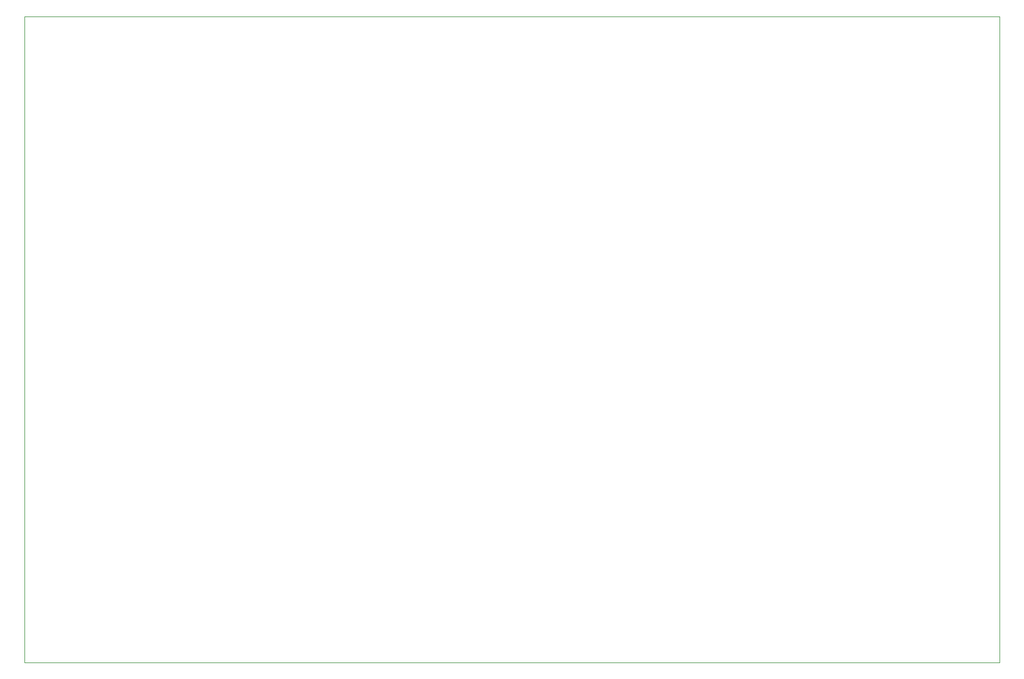
<source format=gbr>
%TF.GenerationSoftware,KiCad,Pcbnew,9.0.1*%
%TF.CreationDate,2025-04-10T23:57:46+03:00*%
%TF.ProjectId,ProgDC,50726f67-4443-42e6-9b69-6361645f7063,rev?*%
%TF.SameCoordinates,Original*%
%TF.FileFunction,Profile,NP*%
%FSLAX46Y46*%
G04 Gerber Fmt 4.6, Leading zero omitted, Abs format (unit mm)*
G04 Created by KiCad (PCBNEW 9.0.1) date 2025-04-10 23:57:46*
%MOMM*%
%LPD*%
G01*
G04 APERTURE LIST*
%TA.AperFunction,Profile*%
%ADD10C,0.050000*%
%TD*%
G04 APERTURE END LIST*
D10*
X42180000Y-35306000D02*
X187180000Y-35306000D01*
X187180000Y-131460000D01*
X42180000Y-131460000D01*
X42180000Y-35306000D01*
M02*

</source>
